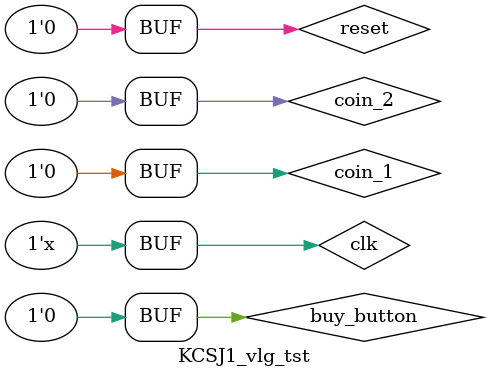
<source format=v>
module KCSJ1_vlg_tst();
reg buy_button, clk, coin_1, coin_2, reset;
wire change_dispensed;
wire [3:0] change_display;
wire drink_dispensed;
wire [3:0] total_coins_display;
KCSJ1 i1 (
    .buy_button(buy_button),
    .change_dispensed(change_dispensed),
    .change_display(change_display),
    .clk(clk),
    .coin_1(coin_1),
    .coin_2(coin_2),
    .drink_dispensed(drink_dispensed),
    .reset(reset),
    .total_coins_display(total_coins_display)
);
initial begin
    clk = 0;
    #10 reset = 1;
    #10 reset = 0;
    buy_button = 0;
    coin_1 = 0;
    coin_2 = 0;
    #1 coin_1 = 1; #1 coin_1 = 0;
    #1 coin_1 = 1; #1 coin_1 = 0;
    #1 coin_1 = 1; #1 coin_1 = 0;
    #1 coin_1 = 1; #1 coin_1 = 0;
    #10 buy_button = 1; #10 buy_button = 0;
    $display("Running testbench");
end
always begin
    #1 clk = ~clk;
end
endmodule
</source>
